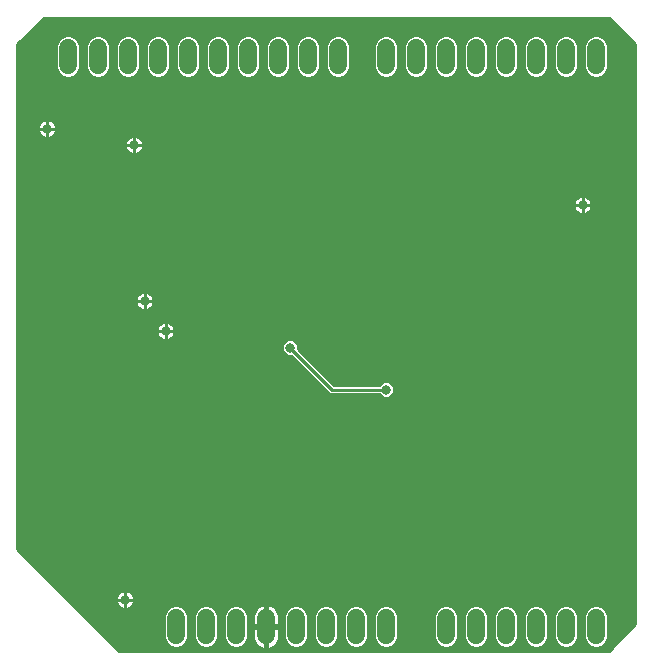
<source format=gbl>
G75*
%MOIN*%
%OFA0B0*%
%FSLAX25Y25*%
%IPPOS*%
%LPD*%
%AMOC8*
5,1,8,0,0,1.08239X$1,22.5*
%
%ADD10C,0.05937*%
%ADD11C,0.03200*%
%ADD12C,0.01000*%
D10*
X0115000Y0012031D02*
X0115000Y0017969D01*
X0125000Y0017969D02*
X0125000Y0012031D01*
X0135000Y0012031D02*
X0135000Y0017969D01*
X0145000Y0017969D02*
X0145000Y0012031D01*
X0155000Y0012031D02*
X0155000Y0017969D01*
X0165000Y0017969D02*
X0165000Y0012031D01*
X0175000Y0012031D02*
X0175000Y0017969D01*
X0185000Y0017969D02*
X0185000Y0012031D01*
X0205000Y0012031D02*
X0205000Y0017969D01*
X0215000Y0017969D02*
X0215000Y0012031D01*
X0225000Y0012031D02*
X0225000Y0017969D01*
X0235000Y0017969D02*
X0235000Y0012031D01*
X0245000Y0012031D02*
X0245000Y0017969D01*
X0255000Y0017969D02*
X0255000Y0012031D01*
X0255000Y0202031D02*
X0255000Y0207969D01*
X0245000Y0207969D02*
X0245000Y0202031D01*
X0235000Y0202031D02*
X0235000Y0207969D01*
X0225000Y0207969D02*
X0225000Y0202031D01*
X0215000Y0202031D02*
X0215000Y0207969D01*
X0205000Y0207969D02*
X0205000Y0202031D01*
X0195000Y0202031D02*
X0195000Y0207969D01*
X0185000Y0207969D02*
X0185000Y0202031D01*
X0169000Y0202031D02*
X0169000Y0207969D01*
X0159000Y0207969D02*
X0159000Y0202031D01*
X0149000Y0202031D02*
X0149000Y0207969D01*
X0139000Y0207969D02*
X0139000Y0202031D01*
X0129000Y0202031D02*
X0129000Y0207969D01*
X0119000Y0207969D02*
X0119000Y0202031D01*
X0109000Y0202031D02*
X0109000Y0207969D01*
X0099000Y0207969D02*
X0099000Y0202031D01*
X0089000Y0202031D02*
X0089000Y0207969D01*
X0079000Y0207969D02*
X0079000Y0202031D01*
D11*
X0072000Y0181000D03*
X0101000Y0175500D03*
X0104500Y0123500D03*
X0111500Y0113500D03*
X0153000Y0108000D03*
X0185000Y0094000D03*
X0250500Y0155500D03*
X0098000Y0024000D03*
D12*
X0062000Y0040828D02*
X0062000Y0209172D01*
X0070828Y0218000D01*
X0259172Y0218000D01*
X0268000Y0209172D01*
X0268000Y0015828D01*
X0259172Y0007000D01*
X0095828Y0007000D01*
X0062000Y0040828D01*
X0062000Y0040946D02*
X0268000Y0040946D01*
X0268000Y0039948D02*
X0062880Y0039948D01*
X0063879Y0038949D02*
X0268000Y0038949D01*
X0268000Y0037951D02*
X0064878Y0037951D01*
X0065876Y0036952D02*
X0268000Y0036952D01*
X0268000Y0035954D02*
X0066875Y0035954D01*
X0067873Y0034955D02*
X0268000Y0034955D01*
X0268000Y0033957D02*
X0068872Y0033957D01*
X0069870Y0032958D02*
X0268000Y0032958D01*
X0268000Y0031960D02*
X0070869Y0031960D01*
X0071867Y0030961D02*
X0268000Y0030961D01*
X0268000Y0029963D02*
X0072866Y0029963D01*
X0073864Y0028964D02*
X0268000Y0028964D01*
X0268000Y0027966D02*
X0074863Y0027966D01*
X0075861Y0026967D02*
X0097063Y0026967D01*
X0097096Y0026981D02*
X0096532Y0026747D01*
X0096024Y0026408D01*
X0095592Y0025976D01*
X0095253Y0025468D01*
X0095019Y0024904D01*
X0094900Y0024305D01*
X0094900Y0024000D01*
X0098000Y0024000D01*
X0101100Y0024000D01*
X0101100Y0024305D01*
X0100981Y0024904D01*
X0100747Y0025468D01*
X0100408Y0025976D01*
X0099976Y0026408D01*
X0099468Y0026747D01*
X0098904Y0026981D01*
X0098305Y0027100D01*
X0098000Y0027100D01*
X0098000Y0024000D01*
X0098000Y0024000D01*
X0098000Y0024000D01*
X0101100Y0024000D01*
X0101100Y0023695D01*
X0100981Y0023096D01*
X0100747Y0022532D01*
X0100408Y0022024D01*
X0099976Y0021592D01*
X0099468Y0021253D01*
X0098904Y0021019D01*
X0098305Y0020900D01*
X0098000Y0020900D01*
X0098000Y0024000D01*
X0098000Y0024000D01*
X0098000Y0024000D01*
X0098000Y0027100D01*
X0097695Y0027100D01*
X0097096Y0026981D01*
X0098000Y0026967D02*
X0098000Y0026967D01*
X0098937Y0026967D02*
X0268000Y0026967D01*
X0268000Y0025969D02*
X0100413Y0025969D01*
X0100954Y0024970D02*
X0268000Y0024970D01*
X0268000Y0023972D02*
X0101100Y0023972D01*
X0100930Y0022973D02*
X0268000Y0022973D01*
X0268000Y0021975D02*
X0255960Y0021975D01*
X0255809Y0022037D02*
X0254191Y0022037D01*
X0252695Y0021418D01*
X0251551Y0020273D01*
X0250931Y0018778D01*
X0250931Y0011222D01*
X0251551Y0009727D01*
X0252695Y0008582D01*
X0254191Y0007963D01*
X0255809Y0007963D01*
X0257305Y0008582D01*
X0258449Y0009727D01*
X0259068Y0011222D01*
X0259068Y0018778D01*
X0258449Y0020273D01*
X0257305Y0021418D01*
X0255809Y0022037D01*
X0254040Y0021975D02*
X0245960Y0021975D01*
X0245809Y0022037D02*
X0244191Y0022037D01*
X0242695Y0021418D01*
X0241551Y0020273D01*
X0240931Y0018778D01*
X0240931Y0011222D01*
X0241551Y0009727D01*
X0242695Y0008582D01*
X0244191Y0007963D01*
X0245809Y0007963D01*
X0247305Y0008582D01*
X0248449Y0009727D01*
X0249068Y0011222D01*
X0249068Y0018778D01*
X0248449Y0020273D01*
X0247305Y0021418D01*
X0245809Y0022037D01*
X0244040Y0021975D02*
X0235960Y0021975D01*
X0235809Y0022037D02*
X0234191Y0022037D01*
X0232695Y0021418D01*
X0231551Y0020273D01*
X0230931Y0018778D01*
X0230931Y0011222D01*
X0231551Y0009727D01*
X0232695Y0008582D01*
X0234191Y0007963D01*
X0235809Y0007963D01*
X0237305Y0008582D01*
X0238449Y0009727D01*
X0239068Y0011222D01*
X0239068Y0018778D01*
X0238449Y0020273D01*
X0237305Y0021418D01*
X0235809Y0022037D01*
X0234040Y0021975D02*
X0225960Y0021975D01*
X0225809Y0022037D02*
X0224191Y0022037D01*
X0222695Y0021418D01*
X0221551Y0020273D01*
X0220931Y0018778D01*
X0220931Y0011222D01*
X0221551Y0009727D01*
X0222695Y0008582D01*
X0224191Y0007963D01*
X0225809Y0007963D01*
X0227305Y0008582D01*
X0228449Y0009727D01*
X0229068Y0011222D01*
X0229068Y0018778D01*
X0228449Y0020273D01*
X0227305Y0021418D01*
X0225809Y0022037D01*
X0224040Y0021975D02*
X0215960Y0021975D01*
X0215809Y0022037D02*
X0214191Y0022037D01*
X0212695Y0021418D01*
X0211551Y0020273D01*
X0210931Y0018778D01*
X0210931Y0011222D01*
X0211551Y0009727D01*
X0212695Y0008582D01*
X0214191Y0007963D01*
X0215809Y0007963D01*
X0217305Y0008582D01*
X0218449Y0009727D01*
X0219068Y0011222D01*
X0219068Y0018778D01*
X0218449Y0020273D01*
X0217305Y0021418D01*
X0215809Y0022037D01*
X0214040Y0021975D02*
X0205960Y0021975D01*
X0205809Y0022037D02*
X0204191Y0022037D01*
X0202695Y0021418D01*
X0201551Y0020273D01*
X0200931Y0018778D01*
X0200931Y0011222D01*
X0201551Y0009727D01*
X0202695Y0008582D01*
X0204191Y0007963D01*
X0205809Y0007963D01*
X0207305Y0008582D01*
X0208449Y0009727D01*
X0209068Y0011222D01*
X0209068Y0018778D01*
X0208449Y0020273D01*
X0207305Y0021418D01*
X0205809Y0022037D01*
X0204040Y0021975D02*
X0185960Y0021975D01*
X0185809Y0022037D02*
X0184191Y0022037D01*
X0182695Y0021418D01*
X0181551Y0020273D01*
X0180931Y0018778D01*
X0180931Y0011222D01*
X0181551Y0009727D01*
X0182695Y0008582D01*
X0184191Y0007963D01*
X0185809Y0007963D01*
X0187305Y0008582D01*
X0188449Y0009727D01*
X0189068Y0011222D01*
X0189068Y0018778D01*
X0188449Y0020273D01*
X0187305Y0021418D01*
X0185809Y0022037D01*
X0184040Y0021975D02*
X0175960Y0021975D01*
X0175809Y0022037D02*
X0174191Y0022037D01*
X0172695Y0021418D01*
X0171551Y0020273D01*
X0170931Y0018778D01*
X0170931Y0011222D01*
X0171551Y0009727D01*
X0172695Y0008582D01*
X0174191Y0007963D01*
X0175809Y0007963D01*
X0177305Y0008582D01*
X0178449Y0009727D01*
X0179068Y0011222D01*
X0179068Y0018778D01*
X0178449Y0020273D01*
X0177305Y0021418D01*
X0175809Y0022037D01*
X0174040Y0021975D02*
X0165960Y0021975D01*
X0165809Y0022037D02*
X0167305Y0021418D01*
X0168449Y0020273D01*
X0169068Y0018778D01*
X0169068Y0011222D01*
X0168449Y0009727D01*
X0167305Y0008582D01*
X0165809Y0007963D01*
X0164191Y0007963D01*
X0162695Y0008582D01*
X0161551Y0009727D01*
X0160931Y0011222D01*
X0160931Y0018778D01*
X0161551Y0020273D01*
X0162695Y0021418D01*
X0164191Y0022037D01*
X0165809Y0022037D01*
X0164040Y0021975D02*
X0155960Y0021975D01*
X0155809Y0022037D02*
X0154191Y0022037D01*
X0152695Y0021418D01*
X0151551Y0020273D01*
X0150931Y0018778D01*
X0150931Y0011222D01*
X0151551Y0009727D01*
X0152695Y0008582D01*
X0154191Y0007963D01*
X0155809Y0007963D01*
X0157305Y0008582D01*
X0158449Y0009727D01*
X0159068Y0011222D01*
X0159068Y0018778D01*
X0158449Y0020273D01*
X0157305Y0021418D01*
X0155809Y0022037D01*
X0154040Y0021975D02*
X0146980Y0021975D01*
X0146715Y0022110D02*
X0146046Y0022327D01*
X0145484Y0022416D01*
X0145484Y0015484D01*
X0149468Y0015484D01*
X0149468Y0018320D01*
X0149358Y0019015D01*
X0149141Y0019684D01*
X0148822Y0020311D01*
X0148408Y0020880D01*
X0147911Y0021377D01*
X0147342Y0021790D01*
X0146715Y0022110D01*
X0145484Y0021975D02*
X0144516Y0021975D01*
X0144516Y0022416D02*
X0143954Y0022327D01*
X0143285Y0022110D01*
X0142658Y0021790D01*
X0142089Y0021377D01*
X0141592Y0020880D01*
X0141178Y0020311D01*
X0140859Y0019684D01*
X0140642Y0019015D01*
X0140531Y0018320D01*
X0140531Y0015484D01*
X0144516Y0015484D01*
X0144516Y0014516D01*
X0145484Y0014516D01*
X0145484Y0007584D01*
X0146046Y0007673D01*
X0146715Y0007890D01*
X0147342Y0008210D01*
X0147911Y0008623D01*
X0148408Y0009120D01*
X0148822Y0009689D01*
X0149141Y0010316D01*
X0149358Y0010985D01*
X0149468Y0011680D01*
X0149468Y0014516D01*
X0145484Y0014516D01*
X0145484Y0015484D01*
X0144516Y0015484D01*
X0144516Y0022416D01*
X0144516Y0020976D02*
X0145484Y0020976D01*
X0145484Y0019978D02*
X0144516Y0019978D01*
X0144516Y0018979D02*
X0145484Y0018979D01*
X0145484Y0017981D02*
X0144516Y0017981D01*
X0144516Y0016982D02*
X0145484Y0016982D01*
X0145484Y0015984D02*
X0144516Y0015984D01*
X0144516Y0014985D02*
X0139068Y0014985D01*
X0139068Y0013987D02*
X0140531Y0013987D01*
X0140531Y0014516D02*
X0140531Y0011680D01*
X0140642Y0010985D01*
X0140859Y0010316D01*
X0141178Y0009689D01*
X0141592Y0009120D01*
X0142089Y0008623D01*
X0142658Y0008210D01*
X0143285Y0007890D01*
X0143954Y0007673D01*
X0144516Y0007584D01*
X0144516Y0014516D01*
X0140531Y0014516D01*
X0140531Y0015984D02*
X0139068Y0015984D01*
X0139068Y0016982D02*
X0140531Y0016982D01*
X0140531Y0017981D02*
X0139068Y0017981D01*
X0139068Y0018778D02*
X0138449Y0020273D01*
X0137305Y0021418D01*
X0135809Y0022037D01*
X0134191Y0022037D01*
X0132695Y0021418D01*
X0131551Y0020273D01*
X0130931Y0018778D01*
X0130931Y0011222D01*
X0131551Y0009727D01*
X0132695Y0008582D01*
X0134191Y0007963D01*
X0135809Y0007963D01*
X0137305Y0008582D01*
X0138449Y0009727D01*
X0139068Y0011222D01*
X0139068Y0018778D01*
X0138985Y0018979D02*
X0140636Y0018979D01*
X0141009Y0019978D02*
X0138571Y0019978D01*
X0137746Y0020976D02*
X0141688Y0020976D01*
X0143020Y0021975D02*
X0135960Y0021975D01*
X0134040Y0021975D02*
X0125960Y0021975D01*
X0125809Y0022037D02*
X0124191Y0022037D01*
X0122695Y0021418D01*
X0121551Y0020273D01*
X0120931Y0018778D01*
X0120931Y0011222D01*
X0121551Y0009727D01*
X0122695Y0008582D01*
X0124191Y0007963D01*
X0125809Y0007963D01*
X0127305Y0008582D01*
X0128449Y0009727D01*
X0129068Y0011222D01*
X0129068Y0018778D01*
X0128449Y0020273D01*
X0127305Y0021418D01*
X0125809Y0022037D01*
X0124040Y0021975D02*
X0115960Y0021975D01*
X0115809Y0022037D02*
X0114191Y0022037D01*
X0112695Y0021418D01*
X0111551Y0020273D01*
X0110931Y0018778D01*
X0110931Y0011222D01*
X0111551Y0009727D01*
X0112695Y0008582D01*
X0114191Y0007963D01*
X0115809Y0007963D01*
X0117305Y0008582D01*
X0118449Y0009727D01*
X0119068Y0011222D01*
X0119068Y0018778D01*
X0118449Y0020273D01*
X0117305Y0021418D01*
X0115809Y0022037D01*
X0114040Y0021975D02*
X0100359Y0021975D01*
X0098688Y0020976D02*
X0112254Y0020976D01*
X0111429Y0019978D02*
X0082851Y0019978D01*
X0081852Y0020976D02*
X0097312Y0020976D01*
X0097096Y0021019D02*
X0097695Y0020900D01*
X0098000Y0020900D01*
X0098000Y0024000D01*
X0094900Y0024000D01*
X0094900Y0023695D01*
X0095019Y0023096D01*
X0095253Y0022532D01*
X0095592Y0022024D01*
X0096024Y0021592D01*
X0096532Y0021253D01*
X0097096Y0021019D01*
X0098000Y0020976D02*
X0098000Y0020976D01*
X0098000Y0021975D02*
X0098000Y0021975D01*
X0098000Y0022973D02*
X0098000Y0022973D01*
X0098000Y0023972D02*
X0098000Y0023972D01*
X0098000Y0024970D02*
X0098000Y0024970D01*
X0098000Y0025969D02*
X0098000Y0025969D01*
X0095587Y0025969D02*
X0076860Y0025969D01*
X0077858Y0024970D02*
X0095046Y0024970D01*
X0094900Y0023972D02*
X0078857Y0023972D01*
X0079855Y0022973D02*
X0095070Y0022973D01*
X0095641Y0021975D02*
X0080854Y0021975D01*
X0083849Y0018979D02*
X0111015Y0018979D01*
X0110931Y0017981D02*
X0084848Y0017981D01*
X0085846Y0016982D02*
X0110931Y0016982D01*
X0110931Y0015984D02*
X0086845Y0015984D01*
X0087843Y0014985D02*
X0110931Y0014985D01*
X0110931Y0013987D02*
X0088842Y0013987D01*
X0089840Y0012988D02*
X0110931Y0012988D01*
X0110931Y0011990D02*
X0090839Y0011990D01*
X0091837Y0010991D02*
X0111027Y0010991D01*
X0111441Y0009993D02*
X0092836Y0009993D01*
X0093834Y0008994D02*
X0112284Y0008994D01*
X0114112Y0007996D02*
X0094833Y0007996D01*
X0115888Y0007996D02*
X0124112Y0007996D01*
X0125888Y0007996D02*
X0134112Y0007996D01*
X0135888Y0007996D02*
X0143078Y0007996D01*
X0144516Y0007996D02*
X0145484Y0007996D01*
X0145484Y0008994D02*
X0144516Y0008994D01*
X0144516Y0009993D02*
X0145484Y0009993D01*
X0145484Y0010991D02*
X0144516Y0010991D01*
X0144516Y0011990D02*
X0145484Y0011990D01*
X0145484Y0012988D02*
X0144516Y0012988D01*
X0144516Y0013987D02*
X0145484Y0013987D01*
X0145484Y0014985D02*
X0150931Y0014985D01*
X0150931Y0013987D02*
X0149468Y0013987D01*
X0149468Y0012988D02*
X0150931Y0012988D01*
X0150931Y0011990D02*
X0149468Y0011990D01*
X0149359Y0010991D02*
X0151027Y0010991D01*
X0151441Y0009993D02*
X0148976Y0009993D01*
X0148282Y0008994D02*
X0152284Y0008994D01*
X0154112Y0007996D02*
X0146922Y0007996D01*
X0141718Y0008994D02*
X0137716Y0008994D01*
X0138559Y0009993D02*
X0141024Y0009993D01*
X0140641Y0010991D02*
X0138973Y0010991D01*
X0139068Y0011990D02*
X0140531Y0011990D01*
X0140531Y0012988D02*
X0139068Y0012988D01*
X0132284Y0008994D02*
X0127716Y0008994D01*
X0128559Y0009993D02*
X0131441Y0009993D01*
X0131027Y0010991D02*
X0128973Y0010991D01*
X0129068Y0011990D02*
X0130931Y0011990D01*
X0130931Y0012988D02*
X0129068Y0012988D01*
X0129068Y0013987D02*
X0130931Y0013987D01*
X0130931Y0014985D02*
X0129068Y0014985D01*
X0129068Y0015984D02*
X0130931Y0015984D01*
X0130931Y0016982D02*
X0129068Y0016982D01*
X0129068Y0017981D02*
X0130931Y0017981D01*
X0131015Y0018979D02*
X0128985Y0018979D01*
X0128571Y0019978D02*
X0131429Y0019978D01*
X0132254Y0020976D02*
X0127746Y0020976D01*
X0122254Y0020976D02*
X0117746Y0020976D01*
X0118571Y0019978D02*
X0121429Y0019978D01*
X0121015Y0018979D02*
X0118985Y0018979D01*
X0119068Y0017981D02*
X0120931Y0017981D01*
X0120931Y0016982D02*
X0119068Y0016982D01*
X0119068Y0015984D02*
X0120931Y0015984D01*
X0120931Y0014985D02*
X0119068Y0014985D01*
X0119068Y0013987D02*
X0120931Y0013987D01*
X0120931Y0012988D02*
X0119068Y0012988D01*
X0119068Y0011990D02*
X0120931Y0011990D01*
X0121027Y0010991D02*
X0118973Y0010991D01*
X0118559Y0009993D02*
X0121441Y0009993D01*
X0122284Y0008994D02*
X0117716Y0008994D01*
X0148312Y0020976D02*
X0152254Y0020976D01*
X0151429Y0019978D02*
X0148991Y0019978D01*
X0149364Y0018979D02*
X0151015Y0018979D01*
X0150931Y0017981D02*
X0149468Y0017981D01*
X0149468Y0016982D02*
X0150931Y0016982D01*
X0150931Y0015984D02*
X0149468Y0015984D01*
X0159068Y0015984D02*
X0160931Y0015984D01*
X0160931Y0016982D02*
X0159068Y0016982D01*
X0159068Y0017981D02*
X0160931Y0017981D01*
X0161015Y0018979D02*
X0158985Y0018979D01*
X0158571Y0019978D02*
X0161429Y0019978D01*
X0162254Y0020976D02*
X0157746Y0020976D01*
X0159068Y0014985D02*
X0160931Y0014985D01*
X0160931Y0013987D02*
X0159068Y0013987D01*
X0159068Y0012988D02*
X0160931Y0012988D01*
X0160931Y0011990D02*
X0159068Y0011990D01*
X0158973Y0010991D02*
X0161027Y0010991D01*
X0161441Y0009993D02*
X0158559Y0009993D01*
X0157716Y0008994D02*
X0162284Y0008994D01*
X0164112Y0007996D02*
X0155888Y0007996D01*
X0165888Y0007996D02*
X0174112Y0007996D01*
X0175888Y0007996D02*
X0184112Y0007996D01*
X0185888Y0007996D02*
X0204112Y0007996D01*
X0205888Y0007996D02*
X0214112Y0007996D01*
X0215888Y0007996D02*
X0224112Y0007996D01*
X0225888Y0007996D02*
X0234112Y0007996D01*
X0235888Y0007996D02*
X0244112Y0007996D01*
X0245888Y0007996D02*
X0254112Y0007996D01*
X0255888Y0007996D02*
X0260167Y0007996D01*
X0261166Y0008994D02*
X0257716Y0008994D01*
X0258559Y0009993D02*
X0262164Y0009993D01*
X0263163Y0010991D02*
X0258973Y0010991D01*
X0259068Y0011990D02*
X0264161Y0011990D01*
X0265160Y0012988D02*
X0259068Y0012988D01*
X0259068Y0013987D02*
X0266158Y0013987D01*
X0267157Y0014985D02*
X0259068Y0014985D01*
X0259068Y0015984D02*
X0268000Y0015984D01*
X0268000Y0016982D02*
X0259068Y0016982D01*
X0259068Y0017981D02*
X0268000Y0017981D01*
X0268000Y0018979D02*
X0258985Y0018979D01*
X0258571Y0019978D02*
X0268000Y0019978D01*
X0268000Y0020976D02*
X0257746Y0020976D01*
X0252254Y0020976D02*
X0247746Y0020976D01*
X0248571Y0019978D02*
X0251429Y0019978D01*
X0251015Y0018979D02*
X0248985Y0018979D01*
X0249068Y0017981D02*
X0250931Y0017981D01*
X0250931Y0016982D02*
X0249068Y0016982D01*
X0249068Y0015984D02*
X0250931Y0015984D01*
X0250931Y0014985D02*
X0249068Y0014985D01*
X0249068Y0013987D02*
X0250931Y0013987D01*
X0250931Y0012988D02*
X0249068Y0012988D01*
X0249068Y0011990D02*
X0250931Y0011990D01*
X0251027Y0010991D02*
X0248973Y0010991D01*
X0248559Y0009993D02*
X0251441Y0009993D01*
X0252284Y0008994D02*
X0247716Y0008994D01*
X0242284Y0008994D02*
X0237716Y0008994D01*
X0238559Y0009993D02*
X0241441Y0009993D01*
X0241027Y0010991D02*
X0238973Y0010991D01*
X0239068Y0011990D02*
X0240931Y0011990D01*
X0240931Y0012988D02*
X0239068Y0012988D01*
X0239068Y0013987D02*
X0240931Y0013987D01*
X0240931Y0014985D02*
X0239068Y0014985D01*
X0239068Y0015984D02*
X0240931Y0015984D01*
X0240931Y0016982D02*
X0239068Y0016982D01*
X0239068Y0017981D02*
X0240931Y0017981D01*
X0241015Y0018979D02*
X0238985Y0018979D01*
X0238571Y0019978D02*
X0241429Y0019978D01*
X0242254Y0020976D02*
X0237746Y0020976D01*
X0232254Y0020976D02*
X0227746Y0020976D01*
X0228571Y0019978D02*
X0231429Y0019978D01*
X0231015Y0018979D02*
X0228985Y0018979D01*
X0229068Y0017981D02*
X0230931Y0017981D01*
X0230931Y0016982D02*
X0229068Y0016982D01*
X0229068Y0015984D02*
X0230931Y0015984D01*
X0230931Y0014985D02*
X0229068Y0014985D01*
X0229068Y0013987D02*
X0230931Y0013987D01*
X0230931Y0012988D02*
X0229068Y0012988D01*
X0229068Y0011990D02*
X0230931Y0011990D01*
X0231027Y0010991D02*
X0228973Y0010991D01*
X0228559Y0009993D02*
X0231441Y0009993D01*
X0232284Y0008994D02*
X0227716Y0008994D01*
X0222284Y0008994D02*
X0217716Y0008994D01*
X0218559Y0009993D02*
X0221441Y0009993D01*
X0221027Y0010991D02*
X0218973Y0010991D01*
X0219068Y0011990D02*
X0220931Y0011990D01*
X0220931Y0012988D02*
X0219068Y0012988D01*
X0219068Y0013987D02*
X0220931Y0013987D01*
X0220931Y0014985D02*
X0219068Y0014985D01*
X0219068Y0015984D02*
X0220931Y0015984D01*
X0220931Y0016982D02*
X0219068Y0016982D01*
X0219068Y0017981D02*
X0220931Y0017981D01*
X0221015Y0018979D02*
X0218985Y0018979D01*
X0218571Y0019978D02*
X0221429Y0019978D01*
X0222254Y0020976D02*
X0217746Y0020976D01*
X0212254Y0020976D02*
X0207746Y0020976D01*
X0208571Y0019978D02*
X0211429Y0019978D01*
X0211015Y0018979D02*
X0208985Y0018979D01*
X0209068Y0017981D02*
X0210931Y0017981D01*
X0210931Y0016982D02*
X0209068Y0016982D01*
X0209068Y0015984D02*
X0210931Y0015984D01*
X0210931Y0014985D02*
X0209068Y0014985D01*
X0209068Y0013987D02*
X0210931Y0013987D01*
X0210931Y0012988D02*
X0209068Y0012988D01*
X0209068Y0011990D02*
X0210931Y0011990D01*
X0211027Y0010991D02*
X0208973Y0010991D01*
X0208559Y0009993D02*
X0211441Y0009993D01*
X0212284Y0008994D02*
X0207716Y0008994D01*
X0202284Y0008994D02*
X0187716Y0008994D01*
X0188559Y0009993D02*
X0201441Y0009993D01*
X0201027Y0010991D02*
X0188973Y0010991D01*
X0189068Y0011990D02*
X0200931Y0011990D01*
X0200931Y0012988D02*
X0189068Y0012988D01*
X0189068Y0013987D02*
X0200931Y0013987D01*
X0200931Y0014985D02*
X0189068Y0014985D01*
X0189068Y0015984D02*
X0200931Y0015984D01*
X0200931Y0016982D02*
X0189068Y0016982D01*
X0189068Y0017981D02*
X0200931Y0017981D01*
X0201015Y0018979D02*
X0188985Y0018979D01*
X0188571Y0019978D02*
X0201429Y0019978D01*
X0202254Y0020976D02*
X0187746Y0020976D01*
X0182254Y0020976D02*
X0177746Y0020976D01*
X0178571Y0019978D02*
X0181429Y0019978D01*
X0181015Y0018979D02*
X0178985Y0018979D01*
X0179068Y0017981D02*
X0180931Y0017981D01*
X0180931Y0016982D02*
X0179068Y0016982D01*
X0179068Y0015984D02*
X0180931Y0015984D01*
X0180931Y0014985D02*
X0179068Y0014985D01*
X0179068Y0013987D02*
X0180931Y0013987D01*
X0180931Y0012988D02*
X0179068Y0012988D01*
X0179068Y0011990D02*
X0180931Y0011990D01*
X0181027Y0010991D02*
X0178973Y0010991D01*
X0178559Y0009993D02*
X0181441Y0009993D01*
X0182284Y0008994D02*
X0177716Y0008994D01*
X0172284Y0008994D02*
X0167716Y0008994D01*
X0168559Y0009993D02*
X0171441Y0009993D01*
X0171027Y0010991D02*
X0168973Y0010991D01*
X0169068Y0011990D02*
X0170931Y0011990D01*
X0170931Y0012988D02*
X0169068Y0012988D01*
X0169068Y0013987D02*
X0170931Y0013987D01*
X0170931Y0014985D02*
X0169068Y0014985D01*
X0169068Y0015984D02*
X0170931Y0015984D01*
X0170931Y0016982D02*
X0169068Y0016982D01*
X0169068Y0017981D02*
X0170931Y0017981D01*
X0171015Y0018979D02*
X0168985Y0018979D01*
X0168571Y0019978D02*
X0171429Y0019978D01*
X0172254Y0020976D02*
X0167746Y0020976D01*
X0166337Y0092400D02*
X0182782Y0092400D01*
X0183471Y0091711D01*
X0184463Y0091300D01*
X0185537Y0091300D01*
X0186529Y0091711D01*
X0187289Y0092471D01*
X0187700Y0093463D01*
X0187700Y0094537D01*
X0187289Y0095529D01*
X0186529Y0096289D01*
X0185537Y0096700D01*
X0184463Y0096700D01*
X0183471Y0096289D01*
X0182782Y0095600D01*
X0167663Y0095600D01*
X0155700Y0107563D01*
X0155700Y0108537D01*
X0155289Y0109529D01*
X0154529Y0110289D01*
X0153537Y0110700D01*
X0152463Y0110700D01*
X0151471Y0110289D01*
X0150711Y0109529D01*
X0150300Y0108537D01*
X0150300Y0107463D01*
X0150711Y0106471D01*
X0151471Y0105711D01*
X0152463Y0105300D01*
X0153437Y0105300D01*
X0165400Y0093337D01*
X0166337Y0092400D01*
X0165868Y0092869D02*
X0062000Y0092869D01*
X0062000Y0091870D02*
X0183311Y0091870D01*
X0185000Y0094000D02*
X0167000Y0094000D01*
X0153000Y0108000D01*
X0154975Y0109844D02*
X0268000Y0109844D01*
X0268000Y0110842D02*
X0113102Y0110842D01*
X0112968Y0110753D02*
X0113476Y0111092D01*
X0113908Y0111524D01*
X0114247Y0112032D01*
X0114481Y0112596D01*
X0114600Y0113195D01*
X0114600Y0113500D01*
X0114600Y0113805D01*
X0114481Y0114404D01*
X0114247Y0114968D01*
X0113908Y0115476D01*
X0113476Y0115908D01*
X0112968Y0116247D01*
X0112404Y0116481D01*
X0111805Y0116600D01*
X0111500Y0116600D01*
X0111500Y0113500D01*
X0114600Y0113500D01*
X0111500Y0113500D01*
X0111500Y0113500D01*
X0111500Y0113500D01*
X0111500Y0110400D01*
X0111805Y0110400D01*
X0112404Y0110519D01*
X0112968Y0110753D01*
X0111500Y0110842D02*
X0111500Y0110842D01*
X0111500Y0110400D02*
X0111500Y0113500D01*
X0111500Y0113500D01*
X0111500Y0113500D01*
X0108400Y0113500D01*
X0108400Y0113805D01*
X0108519Y0114404D01*
X0108753Y0114968D01*
X0109092Y0115476D01*
X0109524Y0115908D01*
X0110032Y0116247D01*
X0110596Y0116481D01*
X0111195Y0116600D01*
X0111500Y0116600D01*
X0111500Y0113500D01*
X0108400Y0113500D01*
X0108400Y0113195D01*
X0108519Y0112596D01*
X0108753Y0112032D01*
X0109092Y0111524D01*
X0109524Y0111092D01*
X0110032Y0110753D01*
X0110596Y0110519D01*
X0111195Y0110400D01*
X0111500Y0110400D01*
X0111500Y0111841D02*
X0111500Y0111841D01*
X0111500Y0112839D02*
X0111500Y0112839D01*
X0111500Y0113838D02*
X0111500Y0113838D01*
X0111500Y0114836D02*
X0111500Y0114836D01*
X0111500Y0115835D02*
X0111500Y0115835D01*
X0113549Y0115835D02*
X0268000Y0115835D01*
X0268000Y0116833D02*
X0062000Y0116833D01*
X0062000Y0115835D02*
X0109451Y0115835D01*
X0108698Y0114836D02*
X0062000Y0114836D01*
X0062000Y0113838D02*
X0108406Y0113838D01*
X0108471Y0112839D02*
X0062000Y0112839D01*
X0062000Y0111841D02*
X0108880Y0111841D01*
X0109898Y0110842D02*
X0062000Y0110842D01*
X0062000Y0109844D02*
X0151025Y0109844D01*
X0150428Y0108845D02*
X0062000Y0108845D01*
X0062000Y0107847D02*
X0150300Y0107847D01*
X0150555Y0106848D02*
X0062000Y0106848D01*
X0062000Y0105850D02*
X0151332Y0105850D01*
X0153886Y0104851D02*
X0062000Y0104851D01*
X0062000Y0103853D02*
X0154885Y0103853D01*
X0155883Y0102854D02*
X0062000Y0102854D01*
X0062000Y0101856D02*
X0156882Y0101856D01*
X0157880Y0100857D02*
X0062000Y0100857D01*
X0062000Y0099859D02*
X0158879Y0099859D01*
X0159877Y0098860D02*
X0062000Y0098860D01*
X0062000Y0097862D02*
X0160876Y0097862D01*
X0161874Y0096863D02*
X0062000Y0096863D01*
X0062000Y0095865D02*
X0162873Y0095865D01*
X0163871Y0094866D02*
X0062000Y0094866D01*
X0062000Y0093868D02*
X0164870Y0093868D01*
X0167398Y0095865D02*
X0183046Y0095865D01*
X0186954Y0095865D02*
X0268000Y0095865D01*
X0268000Y0096863D02*
X0166400Y0096863D01*
X0165401Y0097862D02*
X0268000Y0097862D01*
X0268000Y0098860D02*
X0164403Y0098860D01*
X0163404Y0099859D02*
X0268000Y0099859D01*
X0268000Y0100857D02*
X0162406Y0100857D01*
X0161407Y0101856D02*
X0268000Y0101856D01*
X0268000Y0102854D02*
X0160409Y0102854D01*
X0159410Y0103853D02*
X0268000Y0103853D01*
X0268000Y0104851D02*
X0158412Y0104851D01*
X0157413Y0105850D02*
X0268000Y0105850D01*
X0268000Y0106848D02*
X0156415Y0106848D01*
X0155700Y0107847D02*
X0268000Y0107847D01*
X0268000Y0108845D02*
X0155572Y0108845D01*
X0187564Y0094866D02*
X0268000Y0094866D01*
X0268000Y0093868D02*
X0187700Y0093868D01*
X0187454Y0092869D02*
X0268000Y0092869D01*
X0268000Y0091870D02*
X0186689Y0091870D01*
X0114529Y0112839D02*
X0268000Y0112839D01*
X0268000Y0111841D02*
X0114120Y0111841D01*
X0114594Y0113838D02*
X0268000Y0113838D01*
X0268000Y0114836D02*
X0114302Y0114836D01*
X0106908Y0121524D02*
X0107247Y0122032D01*
X0107481Y0122596D01*
X0107600Y0123195D01*
X0107600Y0123500D01*
X0107600Y0123805D01*
X0107481Y0124404D01*
X0107247Y0124968D01*
X0106908Y0125476D01*
X0106476Y0125908D01*
X0105968Y0126247D01*
X0105404Y0126481D01*
X0104805Y0126600D01*
X0104500Y0126600D01*
X0104500Y0123500D01*
X0107600Y0123500D01*
X0104500Y0123500D01*
X0104500Y0123500D01*
X0104500Y0123500D01*
X0104500Y0120400D01*
X0104805Y0120400D01*
X0105404Y0120519D01*
X0105968Y0120753D01*
X0106476Y0121092D01*
X0106908Y0121524D01*
X0107110Y0121826D02*
X0268000Y0121826D01*
X0268000Y0122824D02*
X0107526Y0122824D01*
X0107597Y0123823D02*
X0268000Y0123823D01*
X0268000Y0124821D02*
X0107308Y0124821D01*
X0106564Y0125820D02*
X0268000Y0125820D01*
X0268000Y0126818D02*
X0062000Y0126818D01*
X0062000Y0125820D02*
X0102436Y0125820D01*
X0102524Y0125908D02*
X0102092Y0125476D01*
X0101753Y0124968D01*
X0101519Y0124404D01*
X0101400Y0123805D01*
X0101400Y0123500D01*
X0104500Y0123500D01*
X0104500Y0123500D01*
X0104500Y0123500D01*
X0104500Y0126600D01*
X0104195Y0126600D01*
X0103596Y0126481D01*
X0103032Y0126247D01*
X0102524Y0125908D01*
X0101692Y0124821D02*
X0062000Y0124821D01*
X0062000Y0123823D02*
X0101403Y0123823D01*
X0101400Y0123500D02*
X0101400Y0123195D01*
X0101519Y0122596D01*
X0101753Y0122032D01*
X0102092Y0121524D01*
X0102524Y0121092D01*
X0103032Y0120753D01*
X0103596Y0120519D01*
X0104195Y0120400D01*
X0104500Y0120400D01*
X0104500Y0123500D01*
X0101400Y0123500D01*
X0101474Y0122824D02*
X0062000Y0122824D01*
X0062000Y0121826D02*
X0101890Y0121826D01*
X0102920Y0120827D02*
X0062000Y0120827D01*
X0062000Y0119829D02*
X0268000Y0119829D01*
X0268000Y0120827D02*
X0106080Y0120827D01*
X0104500Y0120827D02*
X0104500Y0120827D01*
X0104500Y0121826D02*
X0104500Y0121826D01*
X0104500Y0122824D02*
X0104500Y0122824D01*
X0104500Y0123823D02*
X0104500Y0123823D01*
X0104500Y0124821D02*
X0104500Y0124821D01*
X0104500Y0125820D02*
X0104500Y0125820D01*
X0062000Y0127817D02*
X0268000Y0127817D01*
X0268000Y0128815D02*
X0062000Y0128815D01*
X0062000Y0129814D02*
X0268000Y0129814D01*
X0268000Y0130812D02*
X0062000Y0130812D01*
X0062000Y0131811D02*
X0268000Y0131811D01*
X0268000Y0132809D02*
X0062000Y0132809D01*
X0062000Y0133808D02*
X0268000Y0133808D01*
X0268000Y0134806D02*
X0062000Y0134806D01*
X0062000Y0135805D02*
X0268000Y0135805D01*
X0268000Y0136803D02*
X0062000Y0136803D01*
X0062000Y0137802D02*
X0268000Y0137802D01*
X0268000Y0138801D02*
X0062000Y0138801D01*
X0062000Y0139799D02*
X0268000Y0139799D01*
X0268000Y0140798D02*
X0062000Y0140798D01*
X0062000Y0141796D02*
X0268000Y0141796D01*
X0268000Y0142795D02*
X0062000Y0142795D01*
X0062000Y0143793D02*
X0268000Y0143793D01*
X0268000Y0144792D02*
X0062000Y0144792D01*
X0062000Y0145790D02*
X0268000Y0145790D01*
X0268000Y0146789D02*
X0062000Y0146789D01*
X0062000Y0147787D02*
X0268000Y0147787D01*
X0268000Y0148786D02*
X0062000Y0148786D01*
X0062000Y0149784D02*
X0268000Y0149784D01*
X0268000Y0150783D02*
X0062000Y0150783D01*
X0062000Y0151781D02*
X0268000Y0151781D01*
X0268000Y0152780D02*
X0252009Y0152780D01*
X0251968Y0152753D02*
X0252476Y0153092D01*
X0252908Y0153524D01*
X0253247Y0154032D01*
X0253481Y0154596D01*
X0253600Y0155195D01*
X0253600Y0155500D01*
X0253600Y0155805D01*
X0253481Y0156404D01*
X0253247Y0156968D01*
X0252908Y0157476D01*
X0252476Y0157908D01*
X0251968Y0158247D01*
X0251404Y0158481D01*
X0250805Y0158600D01*
X0250500Y0158600D01*
X0250500Y0155500D01*
X0253600Y0155500D01*
X0250500Y0155500D01*
X0250500Y0155500D01*
X0250500Y0155500D01*
X0250500Y0152400D01*
X0250805Y0152400D01*
X0251404Y0152519D01*
X0251968Y0152753D01*
X0250500Y0152780D02*
X0250500Y0152780D01*
X0250500Y0152400D02*
X0250500Y0155500D01*
X0250500Y0155500D01*
X0250500Y0155500D01*
X0247400Y0155500D01*
X0247400Y0155805D01*
X0247519Y0156404D01*
X0247753Y0156968D01*
X0248092Y0157476D01*
X0248524Y0157908D01*
X0249032Y0158247D01*
X0249596Y0158481D01*
X0250195Y0158600D01*
X0250500Y0158600D01*
X0250500Y0155500D01*
X0247400Y0155500D01*
X0247400Y0155195D01*
X0247519Y0154596D01*
X0247753Y0154032D01*
X0248092Y0153524D01*
X0248524Y0153092D01*
X0249032Y0152753D01*
X0249596Y0152519D01*
X0250195Y0152400D01*
X0250500Y0152400D01*
X0250500Y0153778D02*
X0250500Y0153778D01*
X0250500Y0154777D02*
X0250500Y0154777D01*
X0250500Y0155775D02*
X0250500Y0155775D01*
X0250500Y0156774D02*
X0250500Y0156774D01*
X0250500Y0157772D02*
X0250500Y0157772D01*
X0252612Y0157772D02*
X0268000Y0157772D01*
X0268000Y0156774D02*
X0253328Y0156774D01*
X0253600Y0155775D02*
X0268000Y0155775D01*
X0268000Y0154777D02*
X0253517Y0154777D01*
X0253078Y0153778D02*
X0268000Y0153778D01*
X0268000Y0158771D02*
X0062000Y0158771D01*
X0062000Y0159769D02*
X0268000Y0159769D01*
X0268000Y0160768D02*
X0062000Y0160768D01*
X0062000Y0161766D02*
X0268000Y0161766D01*
X0268000Y0162765D02*
X0062000Y0162765D01*
X0062000Y0163763D02*
X0268000Y0163763D01*
X0268000Y0164762D02*
X0062000Y0164762D01*
X0062000Y0165760D02*
X0268000Y0165760D01*
X0268000Y0166759D02*
X0062000Y0166759D01*
X0062000Y0167757D02*
X0268000Y0167757D01*
X0268000Y0168756D02*
X0062000Y0168756D01*
X0062000Y0169754D02*
X0268000Y0169754D01*
X0268000Y0170753D02*
X0062000Y0170753D01*
X0062000Y0171751D02*
X0268000Y0171751D01*
X0268000Y0172750D02*
X0102461Y0172750D01*
X0102468Y0172753D02*
X0102976Y0173092D01*
X0103408Y0173524D01*
X0103747Y0174032D01*
X0103981Y0174596D01*
X0104100Y0175195D01*
X0104100Y0175500D01*
X0104100Y0175805D01*
X0103981Y0176404D01*
X0103747Y0176968D01*
X0103408Y0177476D01*
X0102976Y0177908D01*
X0102468Y0178247D01*
X0101904Y0178481D01*
X0101305Y0178600D01*
X0101000Y0178600D01*
X0101000Y0175500D01*
X0104100Y0175500D01*
X0101000Y0175500D01*
X0101000Y0175500D01*
X0101000Y0175500D01*
X0101000Y0172400D01*
X0101305Y0172400D01*
X0101904Y0172519D01*
X0102468Y0172753D01*
X0101000Y0172750D02*
X0101000Y0172750D01*
X0101000Y0172400D02*
X0101000Y0175500D01*
X0101000Y0175500D01*
X0101000Y0175500D01*
X0097900Y0175500D01*
X0097900Y0175805D01*
X0098019Y0176404D01*
X0098253Y0176968D01*
X0098592Y0177476D01*
X0099024Y0177908D01*
X0099532Y0178247D01*
X0100096Y0178481D01*
X0100695Y0178600D01*
X0101000Y0178600D01*
X0101000Y0175500D01*
X0097900Y0175500D01*
X0097900Y0175195D01*
X0098019Y0174596D01*
X0098253Y0174032D01*
X0098592Y0173524D01*
X0099024Y0173092D01*
X0099532Y0172753D01*
X0100096Y0172519D01*
X0100695Y0172400D01*
X0101000Y0172400D01*
X0101000Y0173748D02*
X0101000Y0173748D01*
X0101000Y0174747D02*
X0101000Y0174747D01*
X0101000Y0175745D02*
X0101000Y0175745D01*
X0101000Y0176744D02*
X0101000Y0176744D01*
X0101000Y0177742D02*
X0101000Y0177742D01*
X0103142Y0177742D02*
X0268000Y0177742D01*
X0268000Y0176744D02*
X0103840Y0176744D01*
X0104100Y0175745D02*
X0268000Y0175745D01*
X0268000Y0174747D02*
X0104011Y0174747D01*
X0103558Y0173748D02*
X0268000Y0173748D01*
X0268000Y0178741D02*
X0074125Y0178741D01*
X0073976Y0178592D02*
X0074408Y0179024D01*
X0074747Y0179532D01*
X0074981Y0180096D01*
X0075100Y0180695D01*
X0075100Y0181000D01*
X0075100Y0181305D01*
X0074981Y0181904D01*
X0074747Y0182468D01*
X0074408Y0182976D01*
X0073976Y0183408D01*
X0073468Y0183747D01*
X0072904Y0183981D01*
X0072305Y0184100D01*
X0072000Y0184100D01*
X0072000Y0181000D01*
X0075100Y0181000D01*
X0072000Y0181000D01*
X0072000Y0181000D01*
X0072000Y0181000D01*
X0072000Y0177900D01*
X0072305Y0177900D01*
X0072904Y0178019D01*
X0073468Y0178253D01*
X0073976Y0178592D01*
X0074833Y0179739D02*
X0268000Y0179739D01*
X0268000Y0180738D02*
X0075100Y0180738D01*
X0075014Y0181737D02*
X0268000Y0181737D01*
X0268000Y0182735D02*
X0074569Y0182735D01*
X0073489Y0183734D02*
X0268000Y0183734D01*
X0268000Y0184732D02*
X0062000Y0184732D01*
X0062000Y0183734D02*
X0070511Y0183734D01*
X0070532Y0183747D02*
X0070024Y0183408D01*
X0069592Y0182976D01*
X0069253Y0182468D01*
X0069019Y0181904D01*
X0068900Y0181305D01*
X0068900Y0181000D01*
X0072000Y0181000D01*
X0072000Y0181000D01*
X0072000Y0181000D01*
X0072000Y0184100D01*
X0071695Y0184100D01*
X0071096Y0183981D01*
X0070532Y0183747D01*
X0072000Y0183734D02*
X0072000Y0183734D01*
X0072000Y0182735D02*
X0072000Y0182735D01*
X0072000Y0181737D02*
X0072000Y0181737D01*
X0072000Y0181000D02*
X0068900Y0181000D01*
X0068900Y0180695D01*
X0069019Y0180096D01*
X0069253Y0179532D01*
X0069592Y0179024D01*
X0070024Y0178592D01*
X0070532Y0178253D01*
X0071096Y0178019D01*
X0071695Y0177900D01*
X0072000Y0177900D01*
X0072000Y0181000D01*
X0072000Y0180738D02*
X0072000Y0180738D01*
X0072000Y0179739D02*
X0072000Y0179739D01*
X0072000Y0178741D02*
X0072000Y0178741D01*
X0069875Y0178741D02*
X0062000Y0178741D01*
X0062000Y0179739D02*
X0069167Y0179739D01*
X0068900Y0180738D02*
X0062000Y0180738D01*
X0062000Y0181737D02*
X0068986Y0181737D01*
X0069431Y0182735D02*
X0062000Y0182735D01*
X0062000Y0185731D02*
X0268000Y0185731D01*
X0268000Y0186729D02*
X0062000Y0186729D01*
X0062000Y0187728D02*
X0268000Y0187728D01*
X0268000Y0188726D02*
X0062000Y0188726D01*
X0062000Y0189725D02*
X0268000Y0189725D01*
X0268000Y0190723D02*
X0062000Y0190723D01*
X0062000Y0191722D02*
X0268000Y0191722D01*
X0268000Y0192720D02*
X0062000Y0192720D01*
X0062000Y0193719D02*
X0268000Y0193719D01*
X0268000Y0194717D02*
X0062000Y0194717D01*
X0062000Y0195716D02*
X0268000Y0195716D01*
X0268000Y0196714D02*
X0062000Y0196714D01*
X0062000Y0197713D02*
X0268000Y0197713D01*
X0268000Y0198711D02*
X0257433Y0198711D01*
X0257305Y0198582D02*
X0258449Y0199727D01*
X0259068Y0201222D01*
X0259068Y0208778D01*
X0258449Y0210273D01*
X0257305Y0211418D01*
X0255809Y0212037D01*
X0254191Y0212037D01*
X0252695Y0211418D01*
X0251551Y0210273D01*
X0250931Y0208778D01*
X0250931Y0201222D01*
X0251551Y0199727D01*
X0252695Y0198582D01*
X0254191Y0197963D01*
X0255809Y0197963D01*
X0257305Y0198582D01*
X0258432Y0199710D02*
X0268000Y0199710D01*
X0268000Y0200708D02*
X0258856Y0200708D01*
X0259068Y0201707D02*
X0268000Y0201707D01*
X0268000Y0202705D02*
X0259068Y0202705D01*
X0259068Y0203704D02*
X0268000Y0203704D01*
X0268000Y0204702D02*
X0259068Y0204702D01*
X0259068Y0205701D02*
X0268000Y0205701D01*
X0268000Y0206699D02*
X0259068Y0206699D01*
X0259068Y0207698D02*
X0268000Y0207698D01*
X0268000Y0208696D02*
X0259068Y0208696D01*
X0258689Y0209695D02*
X0267477Y0209695D01*
X0266478Y0210693D02*
X0258029Y0210693D01*
X0256643Y0211692D02*
X0265480Y0211692D01*
X0264481Y0212690D02*
X0065519Y0212690D01*
X0064520Y0211692D02*
X0077357Y0211692D01*
X0076695Y0211418D02*
X0075551Y0210273D01*
X0074931Y0208778D01*
X0074931Y0201222D01*
X0075551Y0199727D01*
X0076695Y0198582D01*
X0078191Y0197963D01*
X0079809Y0197963D01*
X0081305Y0198582D01*
X0082449Y0199727D01*
X0083068Y0201222D01*
X0083068Y0208778D01*
X0082449Y0210273D01*
X0081305Y0211418D01*
X0079809Y0212037D01*
X0078191Y0212037D01*
X0076695Y0211418D01*
X0075971Y0210693D02*
X0063522Y0210693D01*
X0062523Y0209695D02*
X0075311Y0209695D01*
X0074931Y0208696D02*
X0062000Y0208696D01*
X0062000Y0207698D02*
X0074931Y0207698D01*
X0074931Y0206699D02*
X0062000Y0206699D01*
X0062000Y0205701D02*
X0074931Y0205701D01*
X0074931Y0204702D02*
X0062000Y0204702D01*
X0062000Y0203704D02*
X0074931Y0203704D01*
X0074931Y0202705D02*
X0062000Y0202705D01*
X0062000Y0201707D02*
X0074931Y0201707D01*
X0075144Y0200708D02*
X0062000Y0200708D01*
X0062000Y0199710D02*
X0075568Y0199710D01*
X0076567Y0198711D02*
X0062000Y0198711D01*
X0066517Y0213689D02*
X0263483Y0213689D01*
X0262484Y0214687D02*
X0067516Y0214687D01*
X0068514Y0215686D02*
X0261486Y0215686D01*
X0260487Y0216684D02*
X0069513Y0216684D01*
X0070511Y0217683D02*
X0259489Y0217683D01*
X0253357Y0211692D02*
X0246643Y0211692D01*
X0247305Y0211418D02*
X0245809Y0212037D01*
X0244191Y0212037D01*
X0242695Y0211418D01*
X0241551Y0210273D01*
X0240931Y0208778D01*
X0240931Y0201222D01*
X0241551Y0199727D01*
X0242695Y0198582D01*
X0244191Y0197963D01*
X0245809Y0197963D01*
X0247305Y0198582D01*
X0248449Y0199727D01*
X0249068Y0201222D01*
X0249068Y0208778D01*
X0248449Y0210273D01*
X0247305Y0211418D01*
X0248029Y0210693D02*
X0251971Y0210693D01*
X0251311Y0209695D02*
X0248689Y0209695D01*
X0249068Y0208696D02*
X0250931Y0208696D01*
X0250931Y0207698D02*
X0249068Y0207698D01*
X0249068Y0206699D02*
X0250931Y0206699D01*
X0250931Y0205701D02*
X0249068Y0205701D01*
X0249068Y0204702D02*
X0250931Y0204702D01*
X0250931Y0203704D02*
X0249068Y0203704D01*
X0249068Y0202705D02*
X0250931Y0202705D01*
X0250931Y0201707D02*
X0249068Y0201707D01*
X0248856Y0200708D02*
X0251144Y0200708D01*
X0251568Y0199710D02*
X0248432Y0199710D01*
X0247433Y0198711D02*
X0252567Y0198711D01*
X0242567Y0198711D02*
X0237433Y0198711D01*
X0237305Y0198582D02*
X0238449Y0199727D01*
X0239068Y0201222D01*
X0239068Y0208778D01*
X0238449Y0210273D01*
X0237305Y0211418D01*
X0235809Y0212037D01*
X0234191Y0212037D01*
X0232695Y0211418D01*
X0231551Y0210273D01*
X0230931Y0208778D01*
X0230931Y0201222D01*
X0231551Y0199727D01*
X0232695Y0198582D01*
X0234191Y0197963D01*
X0235809Y0197963D01*
X0237305Y0198582D01*
X0238432Y0199710D02*
X0241568Y0199710D01*
X0241144Y0200708D02*
X0238856Y0200708D01*
X0239068Y0201707D02*
X0240931Y0201707D01*
X0240931Y0202705D02*
X0239068Y0202705D01*
X0239068Y0203704D02*
X0240931Y0203704D01*
X0240931Y0204702D02*
X0239068Y0204702D01*
X0239068Y0205701D02*
X0240931Y0205701D01*
X0240931Y0206699D02*
X0239068Y0206699D01*
X0239068Y0207698D02*
X0240931Y0207698D01*
X0240931Y0208696D02*
X0239068Y0208696D01*
X0238689Y0209695D02*
X0241311Y0209695D01*
X0241971Y0210693D02*
X0238029Y0210693D01*
X0236643Y0211692D02*
X0243357Y0211692D01*
X0233357Y0211692D02*
X0226643Y0211692D01*
X0227305Y0211418D02*
X0225809Y0212037D01*
X0224191Y0212037D01*
X0222695Y0211418D01*
X0221551Y0210273D01*
X0220931Y0208778D01*
X0220931Y0201222D01*
X0221551Y0199727D01*
X0222695Y0198582D01*
X0224191Y0197963D01*
X0225809Y0197963D01*
X0227305Y0198582D01*
X0228449Y0199727D01*
X0229068Y0201222D01*
X0229068Y0208778D01*
X0228449Y0210273D01*
X0227305Y0211418D01*
X0228029Y0210693D02*
X0231971Y0210693D01*
X0231311Y0209695D02*
X0228689Y0209695D01*
X0229068Y0208696D02*
X0230931Y0208696D01*
X0230931Y0207698D02*
X0229068Y0207698D01*
X0229068Y0206699D02*
X0230931Y0206699D01*
X0230931Y0205701D02*
X0229068Y0205701D01*
X0229068Y0204702D02*
X0230931Y0204702D01*
X0230931Y0203704D02*
X0229068Y0203704D01*
X0229068Y0202705D02*
X0230931Y0202705D01*
X0230931Y0201707D02*
X0229068Y0201707D01*
X0228856Y0200708D02*
X0231144Y0200708D01*
X0231568Y0199710D02*
X0228432Y0199710D01*
X0227433Y0198711D02*
X0232567Y0198711D01*
X0222567Y0198711D02*
X0217433Y0198711D01*
X0217305Y0198582D02*
X0218449Y0199727D01*
X0219068Y0201222D01*
X0219068Y0208778D01*
X0218449Y0210273D01*
X0217305Y0211418D01*
X0215809Y0212037D01*
X0214191Y0212037D01*
X0212695Y0211418D01*
X0211551Y0210273D01*
X0210931Y0208778D01*
X0210931Y0201222D01*
X0211551Y0199727D01*
X0212695Y0198582D01*
X0214191Y0197963D01*
X0215809Y0197963D01*
X0217305Y0198582D01*
X0218432Y0199710D02*
X0221568Y0199710D01*
X0221144Y0200708D02*
X0218856Y0200708D01*
X0219068Y0201707D02*
X0220931Y0201707D01*
X0220931Y0202705D02*
X0219068Y0202705D01*
X0219068Y0203704D02*
X0220931Y0203704D01*
X0220931Y0204702D02*
X0219068Y0204702D01*
X0219068Y0205701D02*
X0220931Y0205701D01*
X0220931Y0206699D02*
X0219068Y0206699D01*
X0219068Y0207698D02*
X0220931Y0207698D01*
X0220931Y0208696D02*
X0219068Y0208696D01*
X0218689Y0209695D02*
X0221311Y0209695D01*
X0221971Y0210693D02*
X0218029Y0210693D01*
X0216643Y0211692D02*
X0223357Y0211692D01*
X0213357Y0211692D02*
X0206643Y0211692D01*
X0207305Y0211418D02*
X0205809Y0212037D01*
X0204191Y0212037D01*
X0202695Y0211418D01*
X0201551Y0210273D01*
X0200931Y0208778D01*
X0200931Y0201222D01*
X0201551Y0199727D01*
X0202695Y0198582D01*
X0204191Y0197963D01*
X0205809Y0197963D01*
X0207305Y0198582D01*
X0208449Y0199727D01*
X0209068Y0201222D01*
X0209068Y0208778D01*
X0208449Y0210273D01*
X0207305Y0211418D01*
X0208029Y0210693D02*
X0211971Y0210693D01*
X0211311Y0209695D02*
X0208689Y0209695D01*
X0209068Y0208696D02*
X0210931Y0208696D01*
X0210931Y0207698D02*
X0209068Y0207698D01*
X0209068Y0206699D02*
X0210931Y0206699D01*
X0210931Y0205701D02*
X0209068Y0205701D01*
X0209068Y0204702D02*
X0210931Y0204702D01*
X0210931Y0203704D02*
X0209068Y0203704D01*
X0209068Y0202705D02*
X0210931Y0202705D01*
X0210931Y0201707D02*
X0209068Y0201707D01*
X0208856Y0200708D02*
X0211144Y0200708D01*
X0211568Y0199710D02*
X0208432Y0199710D01*
X0207433Y0198711D02*
X0212567Y0198711D01*
X0202567Y0198711D02*
X0197433Y0198711D01*
X0197305Y0198582D02*
X0198449Y0199727D01*
X0199068Y0201222D01*
X0199068Y0208778D01*
X0198449Y0210273D01*
X0197305Y0211418D01*
X0195809Y0212037D01*
X0194191Y0212037D01*
X0192695Y0211418D01*
X0191551Y0210273D01*
X0190931Y0208778D01*
X0190931Y0201222D01*
X0191551Y0199727D01*
X0192695Y0198582D01*
X0194191Y0197963D01*
X0195809Y0197963D01*
X0197305Y0198582D01*
X0198432Y0199710D02*
X0201568Y0199710D01*
X0201144Y0200708D02*
X0198856Y0200708D01*
X0199068Y0201707D02*
X0200931Y0201707D01*
X0200931Y0202705D02*
X0199068Y0202705D01*
X0199068Y0203704D02*
X0200931Y0203704D01*
X0200931Y0204702D02*
X0199068Y0204702D01*
X0199068Y0205701D02*
X0200931Y0205701D01*
X0200931Y0206699D02*
X0199068Y0206699D01*
X0199068Y0207698D02*
X0200931Y0207698D01*
X0200931Y0208696D02*
X0199068Y0208696D01*
X0198689Y0209695D02*
X0201311Y0209695D01*
X0201971Y0210693D02*
X0198029Y0210693D01*
X0196643Y0211692D02*
X0203357Y0211692D01*
X0193357Y0211692D02*
X0186643Y0211692D01*
X0187305Y0211418D02*
X0185809Y0212037D01*
X0184191Y0212037D01*
X0182695Y0211418D01*
X0181551Y0210273D01*
X0180931Y0208778D01*
X0180931Y0201222D01*
X0181551Y0199727D01*
X0182695Y0198582D01*
X0184191Y0197963D01*
X0185809Y0197963D01*
X0187305Y0198582D01*
X0188449Y0199727D01*
X0189068Y0201222D01*
X0189068Y0208778D01*
X0188449Y0210273D01*
X0187305Y0211418D01*
X0188029Y0210693D02*
X0191971Y0210693D01*
X0191311Y0209695D02*
X0188689Y0209695D01*
X0189068Y0208696D02*
X0190931Y0208696D01*
X0190931Y0207698D02*
X0189068Y0207698D01*
X0189068Y0206699D02*
X0190931Y0206699D01*
X0190931Y0205701D02*
X0189068Y0205701D01*
X0189068Y0204702D02*
X0190931Y0204702D01*
X0190931Y0203704D02*
X0189068Y0203704D01*
X0189068Y0202705D02*
X0190931Y0202705D01*
X0190931Y0201707D02*
X0189068Y0201707D01*
X0188856Y0200708D02*
X0191144Y0200708D01*
X0191568Y0199710D02*
X0188432Y0199710D01*
X0187433Y0198711D02*
X0192567Y0198711D01*
X0182567Y0198711D02*
X0171433Y0198711D01*
X0171305Y0198582D02*
X0172449Y0199727D01*
X0173068Y0201222D01*
X0173068Y0208778D01*
X0172449Y0210273D01*
X0171305Y0211418D01*
X0169809Y0212037D01*
X0168191Y0212037D01*
X0166695Y0211418D01*
X0165551Y0210273D01*
X0164931Y0208778D01*
X0164931Y0201222D01*
X0165551Y0199727D01*
X0166695Y0198582D01*
X0168191Y0197963D01*
X0169809Y0197963D01*
X0171305Y0198582D01*
X0172432Y0199710D02*
X0181568Y0199710D01*
X0181144Y0200708D02*
X0172856Y0200708D01*
X0173068Y0201707D02*
X0180931Y0201707D01*
X0180931Y0202705D02*
X0173068Y0202705D01*
X0173068Y0203704D02*
X0180931Y0203704D01*
X0180931Y0204702D02*
X0173068Y0204702D01*
X0173068Y0205701D02*
X0180931Y0205701D01*
X0180931Y0206699D02*
X0173068Y0206699D01*
X0173068Y0207698D02*
X0180931Y0207698D01*
X0180931Y0208696D02*
X0173068Y0208696D01*
X0172689Y0209695D02*
X0181311Y0209695D01*
X0181971Y0210693D02*
X0172029Y0210693D01*
X0170643Y0211692D02*
X0183357Y0211692D01*
X0167357Y0211692D02*
X0160643Y0211692D01*
X0161305Y0211418D02*
X0159809Y0212037D01*
X0158191Y0212037D01*
X0156695Y0211418D01*
X0155551Y0210273D01*
X0154931Y0208778D01*
X0154931Y0201222D01*
X0155551Y0199727D01*
X0156695Y0198582D01*
X0158191Y0197963D01*
X0159809Y0197963D01*
X0161305Y0198582D01*
X0162449Y0199727D01*
X0163068Y0201222D01*
X0163068Y0208778D01*
X0162449Y0210273D01*
X0161305Y0211418D01*
X0162029Y0210693D02*
X0165971Y0210693D01*
X0165311Y0209695D02*
X0162689Y0209695D01*
X0163068Y0208696D02*
X0164931Y0208696D01*
X0164931Y0207698D02*
X0163068Y0207698D01*
X0163068Y0206699D02*
X0164931Y0206699D01*
X0164931Y0205701D02*
X0163068Y0205701D01*
X0163068Y0204702D02*
X0164931Y0204702D01*
X0164931Y0203704D02*
X0163068Y0203704D01*
X0163068Y0202705D02*
X0164931Y0202705D01*
X0164931Y0201707D02*
X0163068Y0201707D01*
X0162856Y0200708D02*
X0165144Y0200708D01*
X0165568Y0199710D02*
X0162432Y0199710D01*
X0161433Y0198711D02*
X0166567Y0198711D01*
X0156567Y0198711D02*
X0151433Y0198711D01*
X0151305Y0198582D02*
X0152449Y0199727D01*
X0153068Y0201222D01*
X0153068Y0208778D01*
X0152449Y0210273D01*
X0151305Y0211418D01*
X0149809Y0212037D01*
X0148191Y0212037D01*
X0146695Y0211418D01*
X0145551Y0210273D01*
X0144931Y0208778D01*
X0144931Y0201222D01*
X0145551Y0199727D01*
X0146695Y0198582D01*
X0148191Y0197963D01*
X0149809Y0197963D01*
X0151305Y0198582D01*
X0152432Y0199710D02*
X0155568Y0199710D01*
X0155144Y0200708D02*
X0152856Y0200708D01*
X0153068Y0201707D02*
X0154931Y0201707D01*
X0154931Y0202705D02*
X0153068Y0202705D01*
X0153068Y0203704D02*
X0154931Y0203704D01*
X0154931Y0204702D02*
X0153068Y0204702D01*
X0153068Y0205701D02*
X0154931Y0205701D01*
X0154931Y0206699D02*
X0153068Y0206699D01*
X0153068Y0207698D02*
X0154931Y0207698D01*
X0154931Y0208696D02*
X0153068Y0208696D01*
X0152689Y0209695D02*
X0155311Y0209695D01*
X0155971Y0210693D02*
X0152029Y0210693D01*
X0150643Y0211692D02*
X0157357Y0211692D01*
X0147357Y0211692D02*
X0140643Y0211692D01*
X0141305Y0211418D02*
X0139809Y0212037D01*
X0138191Y0212037D01*
X0136695Y0211418D01*
X0135551Y0210273D01*
X0134931Y0208778D01*
X0134931Y0201222D01*
X0135551Y0199727D01*
X0136695Y0198582D01*
X0138191Y0197963D01*
X0139809Y0197963D01*
X0141305Y0198582D01*
X0142449Y0199727D01*
X0143068Y0201222D01*
X0143068Y0208778D01*
X0142449Y0210273D01*
X0141305Y0211418D01*
X0142029Y0210693D02*
X0145971Y0210693D01*
X0145311Y0209695D02*
X0142689Y0209695D01*
X0143068Y0208696D02*
X0144931Y0208696D01*
X0144931Y0207698D02*
X0143068Y0207698D01*
X0143068Y0206699D02*
X0144931Y0206699D01*
X0144931Y0205701D02*
X0143068Y0205701D01*
X0143068Y0204702D02*
X0144931Y0204702D01*
X0144931Y0203704D02*
X0143068Y0203704D01*
X0143068Y0202705D02*
X0144931Y0202705D01*
X0144931Y0201707D02*
X0143068Y0201707D01*
X0142856Y0200708D02*
X0145144Y0200708D01*
X0145568Y0199710D02*
X0142432Y0199710D01*
X0141433Y0198711D02*
X0146567Y0198711D01*
X0136567Y0198711D02*
X0131433Y0198711D01*
X0131305Y0198582D02*
X0132449Y0199727D01*
X0133068Y0201222D01*
X0133068Y0208778D01*
X0132449Y0210273D01*
X0131305Y0211418D01*
X0129809Y0212037D01*
X0128191Y0212037D01*
X0126695Y0211418D01*
X0125551Y0210273D01*
X0124931Y0208778D01*
X0124931Y0201222D01*
X0125551Y0199727D01*
X0126695Y0198582D01*
X0128191Y0197963D01*
X0129809Y0197963D01*
X0131305Y0198582D01*
X0132432Y0199710D02*
X0135568Y0199710D01*
X0135144Y0200708D02*
X0132856Y0200708D01*
X0133068Y0201707D02*
X0134931Y0201707D01*
X0134931Y0202705D02*
X0133068Y0202705D01*
X0133068Y0203704D02*
X0134931Y0203704D01*
X0134931Y0204702D02*
X0133068Y0204702D01*
X0133068Y0205701D02*
X0134931Y0205701D01*
X0134931Y0206699D02*
X0133068Y0206699D01*
X0133068Y0207698D02*
X0134931Y0207698D01*
X0134931Y0208696D02*
X0133068Y0208696D01*
X0132689Y0209695D02*
X0135311Y0209695D01*
X0135971Y0210693D02*
X0132029Y0210693D01*
X0130643Y0211692D02*
X0137357Y0211692D01*
X0127357Y0211692D02*
X0120643Y0211692D01*
X0121305Y0211418D02*
X0119809Y0212037D01*
X0118191Y0212037D01*
X0116695Y0211418D01*
X0115551Y0210273D01*
X0114931Y0208778D01*
X0114931Y0201222D01*
X0115551Y0199727D01*
X0116695Y0198582D01*
X0118191Y0197963D01*
X0119809Y0197963D01*
X0121305Y0198582D01*
X0122449Y0199727D01*
X0123068Y0201222D01*
X0123068Y0208778D01*
X0122449Y0210273D01*
X0121305Y0211418D01*
X0122029Y0210693D02*
X0125971Y0210693D01*
X0125311Y0209695D02*
X0122689Y0209695D01*
X0123068Y0208696D02*
X0124931Y0208696D01*
X0124931Y0207698D02*
X0123068Y0207698D01*
X0123068Y0206699D02*
X0124931Y0206699D01*
X0124931Y0205701D02*
X0123068Y0205701D01*
X0123068Y0204702D02*
X0124931Y0204702D01*
X0124931Y0203704D02*
X0123068Y0203704D01*
X0123068Y0202705D02*
X0124931Y0202705D01*
X0124931Y0201707D02*
X0123068Y0201707D01*
X0122856Y0200708D02*
X0125144Y0200708D01*
X0125568Y0199710D02*
X0122432Y0199710D01*
X0121433Y0198711D02*
X0126567Y0198711D01*
X0116567Y0198711D02*
X0111433Y0198711D01*
X0111305Y0198582D02*
X0112449Y0199727D01*
X0113068Y0201222D01*
X0113068Y0208778D01*
X0112449Y0210273D01*
X0111305Y0211418D01*
X0109809Y0212037D01*
X0108191Y0212037D01*
X0106695Y0211418D01*
X0105551Y0210273D01*
X0104931Y0208778D01*
X0104931Y0201222D01*
X0105551Y0199727D01*
X0106695Y0198582D01*
X0108191Y0197963D01*
X0109809Y0197963D01*
X0111305Y0198582D01*
X0112432Y0199710D02*
X0115568Y0199710D01*
X0115144Y0200708D02*
X0112856Y0200708D01*
X0113068Y0201707D02*
X0114931Y0201707D01*
X0114931Y0202705D02*
X0113068Y0202705D01*
X0113068Y0203704D02*
X0114931Y0203704D01*
X0114931Y0204702D02*
X0113068Y0204702D01*
X0113068Y0205701D02*
X0114931Y0205701D01*
X0114931Y0206699D02*
X0113068Y0206699D01*
X0113068Y0207698D02*
X0114931Y0207698D01*
X0114931Y0208696D02*
X0113068Y0208696D01*
X0112689Y0209695D02*
X0115311Y0209695D01*
X0115971Y0210693D02*
X0112029Y0210693D01*
X0110643Y0211692D02*
X0117357Y0211692D01*
X0107357Y0211692D02*
X0100643Y0211692D01*
X0101305Y0211418D02*
X0099809Y0212037D01*
X0098191Y0212037D01*
X0096695Y0211418D01*
X0095551Y0210273D01*
X0094931Y0208778D01*
X0094931Y0201222D01*
X0095551Y0199727D01*
X0096695Y0198582D01*
X0098191Y0197963D01*
X0099809Y0197963D01*
X0101305Y0198582D01*
X0102449Y0199727D01*
X0103068Y0201222D01*
X0103068Y0208778D01*
X0102449Y0210273D01*
X0101305Y0211418D01*
X0102029Y0210693D02*
X0105971Y0210693D01*
X0105311Y0209695D02*
X0102689Y0209695D01*
X0103068Y0208696D02*
X0104931Y0208696D01*
X0104931Y0207698D02*
X0103068Y0207698D01*
X0103068Y0206699D02*
X0104931Y0206699D01*
X0104931Y0205701D02*
X0103068Y0205701D01*
X0103068Y0204702D02*
X0104931Y0204702D01*
X0104931Y0203704D02*
X0103068Y0203704D01*
X0103068Y0202705D02*
X0104931Y0202705D01*
X0104931Y0201707D02*
X0103068Y0201707D01*
X0102856Y0200708D02*
X0105144Y0200708D01*
X0105568Y0199710D02*
X0102432Y0199710D01*
X0101433Y0198711D02*
X0106567Y0198711D01*
X0096567Y0198711D02*
X0091433Y0198711D01*
X0091305Y0198582D02*
X0092449Y0199727D01*
X0093068Y0201222D01*
X0093068Y0208778D01*
X0092449Y0210273D01*
X0091305Y0211418D01*
X0089809Y0212037D01*
X0088191Y0212037D01*
X0086695Y0211418D01*
X0085551Y0210273D01*
X0084931Y0208778D01*
X0084931Y0201222D01*
X0085551Y0199727D01*
X0086695Y0198582D01*
X0088191Y0197963D01*
X0089809Y0197963D01*
X0091305Y0198582D01*
X0092432Y0199710D02*
X0095568Y0199710D01*
X0095144Y0200708D02*
X0092856Y0200708D01*
X0093068Y0201707D02*
X0094931Y0201707D01*
X0094931Y0202705D02*
X0093068Y0202705D01*
X0093068Y0203704D02*
X0094931Y0203704D01*
X0094931Y0204702D02*
X0093068Y0204702D01*
X0093068Y0205701D02*
X0094931Y0205701D01*
X0094931Y0206699D02*
X0093068Y0206699D01*
X0093068Y0207698D02*
X0094931Y0207698D01*
X0094931Y0208696D02*
X0093068Y0208696D01*
X0092689Y0209695D02*
X0095311Y0209695D01*
X0095971Y0210693D02*
X0092029Y0210693D01*
X0090643Y0211692D02*
X0097357Y0211692D01*
X0087357Y0211692D02*
X0080643Y0211692D01*
X0082029Y0210693D02*
X0085971Y0210693D01*
X0085311Y0209695D02*
X0082689Y0209695D01*
X0083068Y0208696D02*
X0084931Y0208696D01*
X0084931Y0207698D02*
X0083068Y0207698D01*
X0083068Y0206699D02*
X0084931Y0206699D01*
X0084931Y0205701D02*
X0083068Y0205701D01*
X0083068Y0204702D02*
X0084931Y0204702D01*
X0084931Y0203704D02*
X0083068Y0203704D01*
X0083068Y0202705D02*
X0084931Y0202705D01*
X0084931Y0201707D02*
X0083068Y0201707D01*
X0082856Y0200708D02*
X0085144Y0200708D01*
X0085568Y0199710D02*
X0082432Y0199710D01*
X0081433Y0198711D02*
X0086567Y0198711D01*
X0098858Y0177742D02*
X0062000Y0177742D01*
X0062000Y0176744D02*
X0098160Y0176744D01*
X0097900Y0175745D02*
X0062000Y0175745D01*
X0062000Y0174747D02*
X0097989Y0174747D01*
X0098442Y0173748D02*
X0062000Y0173748D01*
X0062000Y0172750D02*
X0099539Y0172750D01*
X0062000Y0157772D02*
X0248388Y0157772D01*
X0247672Y0156774D02*
X0062000Y0156774D01*
X0062000Y0155775D02*
X0247400Y0155775D01*
X0247483Y0154777D02*
X0062000Y0154777D01*
X0062000Y0153778D02*
X0247922Y0153778D01*
X0248991Y0152780D02*
X0062000Y0152780D01*
X0062000Y0118830D02*
X0268000Y0118830D01*
X0268000Y0117832D02*
X0062000Y0117832D01*
X0062000Y0090872D02*
X0268000Y0090872D01*
X0268000Y0089873D02*
X0062000Y0089873D01*
X0062000Y0088875D02*
X0268000Y0088875D01*
X0268000Y0087876D02*
X0062000Y0087876D01*
X0062000Y0086878D02*
X0268000Y0086878D01*
X0268000Y0085879D02*
X0062000Y0085879D01*
X0062000Y0084881D02*
X0268000Y0084881D01*
X0268000Y0083882D02*
X0062000Y0083882D01*
X0062000Y0082884D02*
X0268000Y0082884D01*
X0268000Y0081885D02*
X0062000Y0081885D01*
X0062000Y0080887D02*
X0268000Y0080887D01*
X0268000Y0079888D02*
X0062000Y0079888D01*
X0062000Y0078890D02*
X0268000Y0078890D01*
X0268000Y0077891D02*
X0062000Y0077891D01*
X0062000Y0076893D02*
X0268000Y0076893D01*
X0268000Y0075894D02*
X0062000Y0075894D01*
X0062000Y0074896D02*
X0268000Y0074896D01*
X0268000Y0073897D02*
X0062000Y0073897D01*
X0062000Y0072899D02*
X0268000Y0072899D01*
X0268000Y0071900D02*
X0062000Y0071900D01*
X0062000Y0070902D02*
X0268000Y0070902D01*
X0268000Y0069903D02*
X0062000Y0069903D01*
X0062000Y0068905D02*
X0268000Y0068905D01*
X0268000Y0067906D02*
X0062000Y0067906D01*
X0062000Y0066908D02*
X0268000Y0066908D01*
X0268000Y0065909D02*
X0062000Y0065909D01*
X0062000Y0064911D02*
X0268000Y0064911D01*
X0268000Y0063912D02*
X0062000Y0063912D01*
X0062000Y0062914D02*
X0268000Y0062914D01*
X0268000Y0061915D02*
X0062000Y0061915D01*
X0062000Y0060917D02*
X0268000Y0060917D01*
X0268000Y0059918D02*
X0062000Y0059918D01*
X0062000Y0058920D02*
X0268000Y0058920D01*
X0268000Y0057921D02*
X0062000Y0057921D01*
X0062000Y0056923D02*
X0268000Y0056923D01*
X0268000Y0055924D02*
X0062000Y0055924D01*
X0062000Y0054926D02*
X0268000Y0054926D01*
X0268000Y0053927D02*
X0062000Y0053927D01*
X0062000Y0052929D02*
X0268000Y0052929D01*
X0268000Y0051930D02*
X0062000Y0051930D01*
X0062000Y0050932D02*
X0268000Y0050932D01*
X0268000Y0049933D02*
X0062000Y0049933D01*
X0062000Y0048934D02*
X0268000Y0048934D01*
X0268000Y0047936D02*
X0062000Y0047936D01*
X0062000Y0046937D02*
X0268000Y0046937D01*
X0268000Y0045939D02*
X0062000Y0045939D01*
X0062000Y0044940D02*
X0268000Y0044940D01*
X0268000Y0043942D02*
X0062000Y0043942D01*
X0062000Y0042943D02*
X0268000Y0042943D01*
X0268000Y0041945D02*
X0062000Y0041945D01*
M02*

</source>
